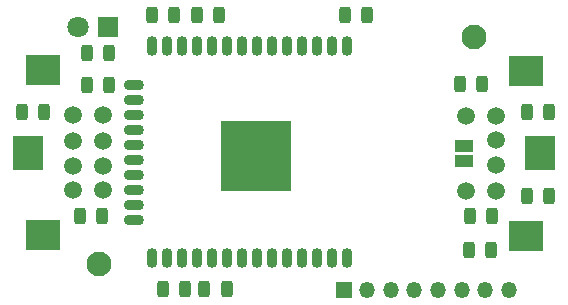
<source format=gbr>
G04 #@! TF.GenerationSoftware,KiCad,Pcbnew,(6.0.1-0)*
G04 #@! TF.CreationDate,2022-03-09T23:30:53+00:00*
G04 #@! TF.ProjectId,sharpkey,73686172-706b-4657-992e-6b696361645f,1.3*
G04 #@! TF.SameCoordinates,Original*
G04 #@! TF.FileFunction,Soldermask,Bot*
G04 #@! TF.FilePolarity,Negative*
%FSLAX46Y46*%
G04 Gerber Fmt 4.6, Leading zero omitted, Abs format (unit mm)*
G04 Created by KiCad (PCBNEW (6.0.1-0)) date 2022-03-09 23:30:53*
%MOMM*%
%LPD*%
G01*
G04 APERTURE LIST*
G04 Aperture macros list*
%AMRoundRect*
0 Rectangle with rounded corners*
0 $1 Rounding radius*
0 $2 $3 $4 $5 $6 $7 $8 $9 X,Y pos of 4 corners*
0 Add a 4 corners polygon primitive as box body*
4,1,4,$2,$3,$4,$5,$6,$7,$8,$9,$2,$3,0*
0 Add four circle primitives for the rounded corners*
1,1,$1+$1,$2,$3*
1,1,$1+$1,$4,$5*
1,1,$1+$1,$6,$7*
1,1,$1+$1,$8,$9*
0 Add four rect primitives between the rounded corners*
20,1,$1+$1,$2,$3,$4,$5,0*
20,1,$1+$1,$4,$5,$6,$7,0*
20,1,$1+$1,$6,$7,$8,$9,0*
20,1,$1+$1,$8,$9,$2,$3,0*%
G04 Aperture macros list end*
%ADD10R,1.800000X1.800000*%
%ADD11C,1.800000*%
%ADD12C,1.500000*%
%ADD13R,2.500000X3.000000*%
%ADD14R,3.000000X2.500000*%
%ADD15R,1.350000X1.350000*%
%ADD16O,1.350000X1.350000*%
%ADD17C,2.100000*%
%ADD18RoundRect,0.243750X0.243750X0.456250X-0.243750X0.456250X-0.243750X-0.456250X0.243750X-0.456250X0*%
%ADD19RoundRect,0.243750X-0.243750X-0.456250X0.243750X-0.456250X0.243750X0.456250X-0.243750X0.456250X0*%
%ADD20O,0.900000X1.700000*%
%ADD21O,1.700000X0.900000*%
%ADD22R,6.000000X6.000000*%
%ADD23R,1.500000X1.000000*%
G04 APERTURE END LIST*
D10*
X59980000Y-82660000D03*
D11*
X57440000Y-82660000D03*
D12*
X92820000Y-92177000D03*
X92820000Y-94336000D03*
X92820000Y-90145000D03*
X92820000Y-96495000D03*
X90280000Y-90145000D03*
X90280000Y-96495000D03*
D13*
X96567800Y-93320000D03*
D14*
X95360000Y-100305000D03*
X95360000Y-86335000D03*
D15*
X79950000Y-104870000D03*
D16*
X81950000Y-104870000D03*
X83950000Y-104870000D03*
X85950000Y-104870000D03*
X87950000Y-104870000D03*
X89950000Y-104870000D03*
X91950000Y-104870000D03*
X93950000Y-104870000D03*
D17*
X91000000Y-83500000D03*
X59200000Y-102700000D03*
D12*
X57000000Y-94413000D03*
X57000000Y-92254000D03*
X57000000Y-96445000D03*
X59540000Y-94413000D03*
X57000000Y-90095000D03*
X59540000Y-96445000D03*
X59540000Y-92254000D03*
X59540000Y-90095000D03*
D14*
X54460000Y-86285000D03*
D13*
X53252200Y-93270000D03*
D14*
X54460000Y-100255000D03*
D18*
X54577500Y-89780000D03*
X52702500Y-89780000D03*
D19*
X57602500Y-98600000D03*
X59477500Y-98600000D03*
X68162500Y-104820000D03*
X70037500Y-104820000D03*
X64642500Y-104820000D03*
X66517500Y-104820000D03*
D18*
X60087500Y-87550000D03*
X58212500Y-87550000D03*
X97347500Y-89800000D03*
X95472500Y-89800000D03*
D19*
X95442500Y-96920000D03*
X97317500Y-96920000D03*
D18*
X91677500Y-87430000D03*
X89802500Y-87430000D03*
D19*
X80052500Y-81600000D03*
X81927500Y-81600000D03*
X90612500Y-98590000D03*
X92487500Y-98590000D03*
D20*
X80230000Y-102220000D03*
X78960000Y-102220000D03*
X77690000Y-102220000D03*
X76420000Y-102220000D03*
X75150000Y-102220000D03*
X73880000Y-102220000D03*
X72610000Y-102220000D03*
X71340000Y-102220000D03*
X70070000Y-102220000D03*
X68800000Y-102220000D03*
X67530000Y-102220000D03*
X66260000Y-102220000D03*
X64990000Y-102220000D03*
X63720000Y-102220000D03*
D21*
X62230000Y-98935000D03*
X62230000Y-97665000D03*
X62230000Y-96395000D03*
X62230000Y-95125000D03*
X62230000Y-93855000D03*
X62230000Y-92585000D03*
X62230000Y-91315000D03*
X62230000Y-90045000D03*
X62230000Y-88775000D03*
X62230000Y-87505000D03*
D20*
X63720000Y-84220000D03*
X64990000Y-84220000D03*
X66260000Y-84220000D03*
X67530000Y-84220000D03*
X68800000Y-84220000D03*
X70070000Y-84220000D03*
X71340000Y-84220000D03*
X72610000Y-84220000D03*
X73880000Y-84220000D03*
X75150000Y-84220000D03*
X76420000Y-84220000D03*
X77690000Y-84220000D03*
X78960000Y-84220000D03*
X80230000Y-84220000D03*
D22*
X72530000Y-93520000D03*
D19*
X90592500Y-101470000D03*
X92467500Y-101470000D03*
D18*
X60107500Y-84840000D03*
X58232500Y-84840000D03*
X69397500Y-81600000D03*
X67522500Y-81600000D03*
D19*
X63702500Y-81600000D03*
X65577500Y-81600000D03*
D23*
X90170000Y-93970000D03*
X90170000Y-92670000D03*
M02*

</source>
